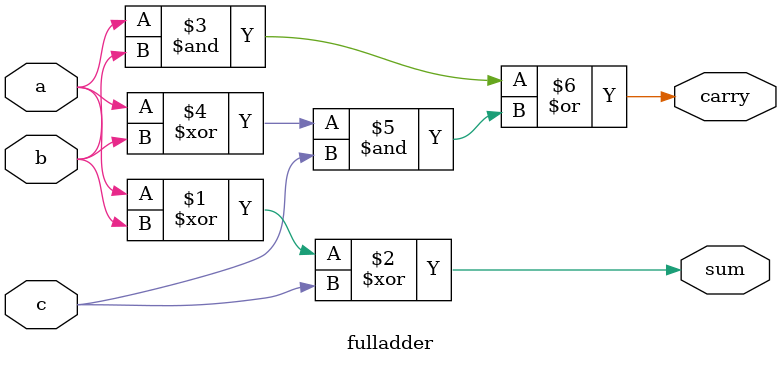
<source format=sv>
`timescale 1ns / 1ps

module fulladder(
    input a,
    input b,
    input c,
    output sum,
    output carry
    );
    assign sum = a^b^c;
    assign carry = ((a&b)| ((a^b)&c));
    
endmodule

</source>
